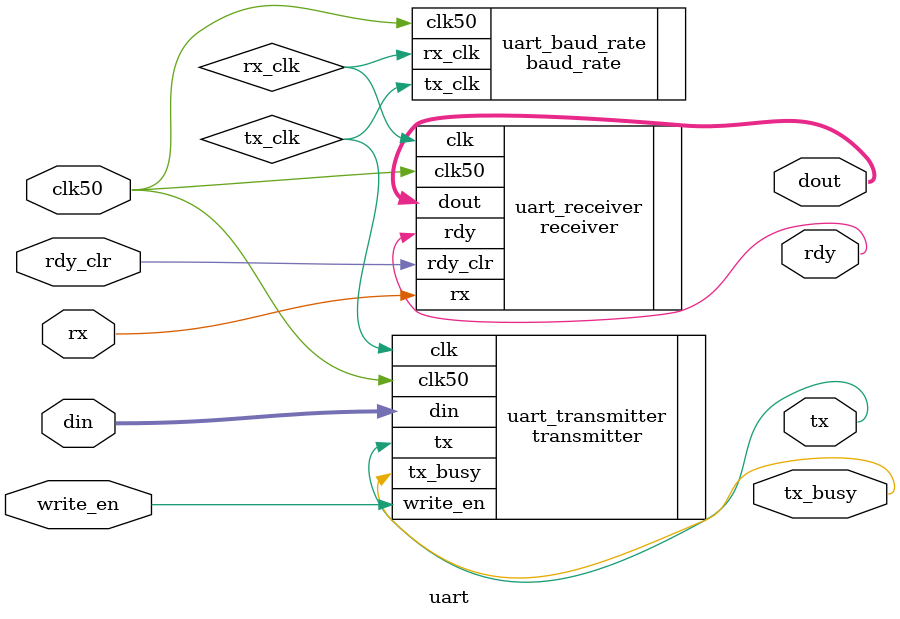
<source format=v>
module uart
(input[7:0] din, output[7:0] dout, input clk50, output tx, output tx_busy, input write_en,
input rx, output rdy, input rdy_clr);
    wire rx_clk, tx_clk;

    baud_rate uart_baud_rate(
        .clk50(clk50),
        .rx_clk(rx_clk),
        .tx_clk(tx_clk)
    );

    receiver uart_receiver(
        .rx(rx),
        .clk(rx_clk),
        .clk50(clk50),
        .dout(dout),
        .rdy(rdy),
        .rdy_clr(rdy_clr)
    );

    transmitter uart_transmitter(
        .din(din),
        .write_en(write_en),
        .clk(tx_clk),
        .clk50(clk50),
        .tx(tx),
        .tx_busy(tx_busy)
    );

endmodule
</source>
